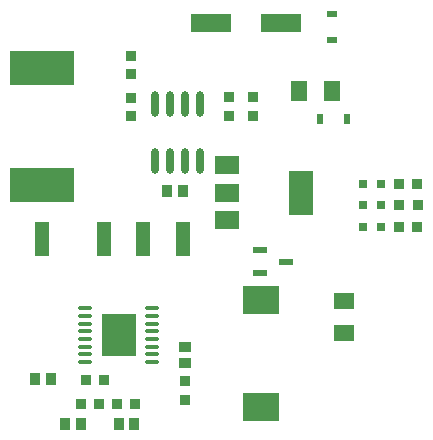
<source format=gtp>
G04*
G04 #@! TF.GenerationSoftware,Altium Limited,Altium Designer,19.1.8 (144)*
G04*
G04 Layer_Color=8421504*
%FSLAX25Y25*%
%MOIN*%
G70*
G01*
G75*
%ADD14R,0.21260X0.11417*%
%ADD15R,0.03347X0.03347*%
%ADD16R,0.11575X0.14094*%
%ADD17O,0.04921X0.01378*%
%ADD18O,0.02362X0.08661*%
%ADD19R,0.03543X0.03937*%
%ADD20R,0.04921X0.11417*%
%ADD21R,0.04921X0.11811*%
%ADD22R,0.03347X0.03347*%
%ADD23R,0.03937X0.03543*%
%ADD24R,0.12205X0.09646*%
%ADD25R,0.04528X0.02362*%
%ADD26R,0.07087X0.05512*%
%ADD27R,0.07874X0.14961*%
%ADD28R,0.07874X0.05906*%
%ADD29R,0.02480X0.03268*%
%ADD30R,0.05512X0.07087*%
%ADD31R,0.03268X0.02480*%
%ADD32R,0.13583X0.06102*%
%ADD33R,0.03150X0.03150*%
D14*
X27559Y-72441D02*
D03*
Y-33465D02*
D03*
D15*
X57087Y-29528D02*
D03*
Y-35630D02*
D03*
Y-49409D02*
D03*
Y-43307D02*
D03*
X75000Y-144000D02*
D03*
Y-137898D02*
D03*
X89957Y-43276D02*
D03*
Y-49378D02*
D03*
X97831Y-43276D02*
D03*
Y-49378D02*
D03*
D16*
X53000Y-122500D02*
D03*
D17*
X64122Y-131457D02*
D03*
Y-128898D02*
D03*
Y-126339D02*
D03*
Y-123779D02*
D03*
Y-121221D02*
D03*
Y-118661D02*
D03*
Y-116102D02*
D03*
Y-113543D02*
D03*
X41878Y-131457D02*
D03*
Y-128898D02*
D03*
Y-126339D02*
D03*
Y-123779D02*
D03*
Y-121221D02*
D03*
Y-118661D02*
D03*
Y-116102D02*
D03*
Y-113543D02*
D03*
D18*
X65000Y-64449D02*
D03*
X70000D02*
D03*
X75000D02*
D03*
X80000D02*
D03*
X65000Y-45551D02*
D03*
X70000D02*
D03*
X75000D02*
D03*
X80000D02*
D03*
D19*
X69185Y-74500D02*
D03*
X74500D02*
D03*
X25185Y-137000D02*
D03*
X30500D02*
D03*
X58315Y-152000D02*
D03*
X53000D02*
D03*
X35185D02*
D03*
X40500D02*
D03*
D20*
X61000Y-90500D02*
D03*
X74583D02*
D03*
D21*
X27559Y-90551D02*
D03*
X48228D02*
D03*
D22*
X48102Y-137500D02*
D03*
X42000D02*
D03*
X52500Y-145500D02*
D03*
X58602D02*
D03*
X152602Y-72000D02*
D03*
X146500D02*
D03*
X152697Y-79001D02*
D03*
X146595D02*
D03*
X152594Y-86501D02*
D03*
X146492D02*
D03*
X46500Y-145500D02*
D03*
X40398D02*
D03*
D23*
X75000Y-131658D02*
D03*
Y-126342D02*
D03*
D24*
X100400Y-110785D02*
D03*
Y-146415D02*
D03*
D25*
X100071Y-94260D02*
D03*
Y-101740D02*
D03*
X108929Y-98000D02*
D03*
D26*
X128000Y-111000D02*
D03*
Y-121827D02*
D03*
D27*
X113902Y-75000D02*
D03*
D28*
X89098Y-84055D02*
D03*
Y-75000D02*
D03*
Y-65945D02*
D03*
D29*
X120220Y-50500D02*
D03*
X129000D02*
D03*
D30*
X124000Y-41000D02*
D03*
X113173D02*
D03*
D31*
X124000Y-24280D02*
D03*
Y-15500D02*
D03*
D32*
X83772Y-18500D02*
D03*
X107000D02*
D03*
D33*
X140500Y-79000D02*
D03*
X134595D02*
D03*
X140500Y-72000D02*
D03*
X134595D02*
D03*
X140500Y-86500D02*
D03*
X134595D02*
D03*
M02*

</source>
